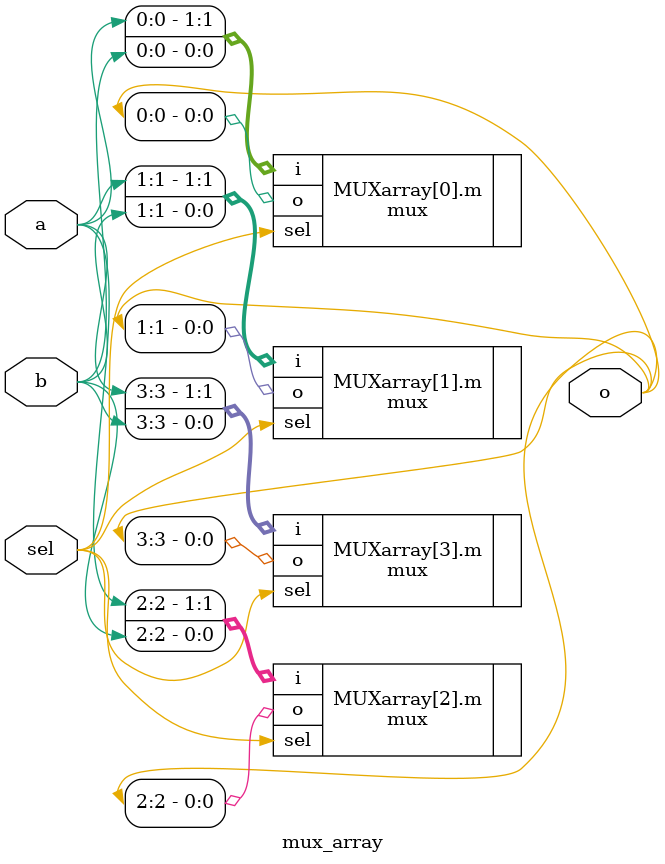
<source format=v>
`timescale 1ns / 1ps


module mux_array #(parameter SIZE = 4) (
    input sel,
    input [SIZE-1:0] a,
    input [SIZE-1:0] b,
    output [SIZE-1:0] o
    );
    
    genvar i;
    
    
    generate
        for(i = 0; i<SIZE; i = i+1) begin: MUXarray
                mux m(
                        .i({a[i],b[i]}),
                        .sel(sel),
                        .o(o[i])
                );
                
         end
         
     endgenerate
    
    
    
    
endmodule

</source>
